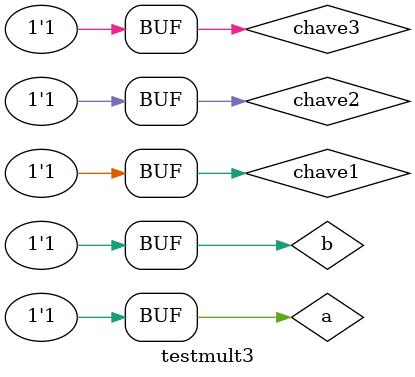
<source format=v>
module mult3 (s,a,b,chave1,chave2,chave3);
	input a;
	input b;
	input chave1;
	input chave2;
	input chave3;
	
	output s;
	wire temp1;
	wire temp2;
	wire temp3;
	wire temp4;
	wire temp5;
	wire temp6;
	wire temp7;
	wire temp8;
	wire temp9;
	wire temp10;
	wire temp11;
	wire temp12;
	wire temp13;
	wire temp14;
	wire temp15;
	wire temp16;
	wire temp17;
	wire temp18;
	wire temp19;
	wire temp20;
	wire temp21;
	wire temp22;
	wire temp23;
	
	assign temp1 = a|b;
	assign temp2 = (~(a|b));
	assign temp3 = a&b;
	assign temp4 = (~(a&b));
	assign temp5 = a^b;
	assign temp6 = (~(a^b));
	assign temp7 = temp1 & chave1;
	assign temp8 = temp2 & ~chave1;
	assign temp9 = temp3 & chave1;
	assign temp10 = temp4 & ~chave1;
	assign temp11 = temp5 & chave1;
	assign temp12 = temp6 & ~chave1;
	assign temp13 = temp7|temp8;
	assign temp14 = temp9|temp10;
	assign temp15 = temp11|temp12;
	assign temp16 = temp13 & chave2; 
	assign temp17 = temp14 & ~chave2;
	assign temp18 = ~b & chave2;
	assign temp19 = temp15 & ~chave2;
	assign temp20 = temp16|temp17;
	assign temp21 = temp18|temp19;
	assign temp22 = temp20 & chave3;
	assign temp23 = temp21 & ~chave3;
	assign s = temp22 |temp23;
endmodule
	
// -------------------------
// test module multiplexador
// -------------------------

module testmult3;
	reg a;
	reg b;
	reg chave1;
	reg chave2;
	reg chave3;
	
	wire s;
	
	mult3 banana (s,a,b,chave1,chave2,chave3);
	
	initial begin: main
		$display ("Exemplo 0035 - Débora  Deslandes de Almeida Batista");
		$display ("Matricula : 451549");
		$display ("Test LU's module ");
		$display ("\n  a	  b	chave1	 chave2	chave3	  s");
		a = 0; b = 0; chave1 = 0; chave2 = 0;chave3 = 0;
		//testes
		$monitor("%3b\t%3b\t%3b\t%3b\t%3b\t%3b",a,b,chave1,chave2,chave3,s);
		 //#1 a = 0; b = 0; chave1 = 0; chave2 = 0;chave3 = 0;
			#1 a = 0; b = 1; chave1 = 0; chave2 = 0;chave3 = 0;
			#1 a = 1; b = 0; chave1 = 0; chave2 = 0;chave3 = 0;
			#1 a = 1; b = 1; chave1 = 0; chave2 = 0;chave3 = 0;
			#1 a = 0; b = 0; chave1 = 1; chave2 = 0;chave3 = 0;
			#1 a = 0; b = 1; chave1 = 1; chave2 = 0;chave3 = 0;
			#1 a = 1; b = 0; chave1 = 1; chave2 = 0;chave3 = 0;
			#1 a = 1; b = 1; chave1 = 1; chave2 = 0;chave3 = 0;
			#1 a = 0; b = 0; chave1 = 0; chave2 = 1;chave3 = 0;
			#1 a = 0; b = 1; chave1 = 0; chave2 = 1;chave3 = 0;
			#1 a = 1; b = 0; chave1 = 0; chave2 = 1;chave3 = 0;
			#1 a = 1; b = 1; chave1 = 0; chave2 = 1;chave3 = 0;
			#1 a = 0; b = 0; chave1 = 1; chave2 = 1;chave3 = 0;
			#1 a = 0; b = 1; chave1 = 1; chave2 = 1;chave3 = 0;
			#1 a = 1; b = 0; chave1 = 1; chave2 = 1;chave3 = 0;
			#1 a = 1; b = 1; chave1 = 1; chave2 = 1;chave3 = 0;
		   #1 a = 0; b = 0; chave1 = 0; chave2 = 0;chave3 = 1;
			#1 a = 0; b = 1; chave1 = 0; chave2 = 0;chave3 = 1;
			#1 a = 1; b = 0; chave1 = 0; chave2 = 0;chave3 = 1;
			#1 a = 1; b = 1; chave1 = 0; chave2 = 0;chave3 = 1;
			#1 a = 0; b = 0; chave1 = 1; chave2 = 0;chave3 = 1;
			#1 a = 0; b = 1; chave1 = 1; chave2 = 0;chave3 = 1;
			#1 a = 1; b = 0; chave1 = 1; chave2 = 0;chave3 = 1;
			#1 a = 1; b = 1; chave1 = 1; chave2 = 0;chave3 = 1;
			#1 a = 0; b = 0; chave1 = 0; chave2 = 1;chave3 = 1;
			#1 a = 0; b = 1; chave1 = 0; chave2 = 1;chave3 = 1;
			#1 a = 1; b = 0; chave1 = 0; chave2 = 1;chave3 = 1;
			#1 a = 1; b = 1; chave1 = 0; chave2 = 1;chave3 = 1;
			#1 a = 0; b = 0; chave1 = 1; chave2 = 1;chave3 = 1;
			#1 a = 0; b = 1; chave1 = 1; chave2 = 1;chave3 = 1;
			#1 a = 1; b = 0; chave1 = 1; chave2 = 1;chave3 = 1;
			#1 a = 1; b = 1; chave1 = 1; chave2 = 1;chave3 = 1;
	end
endmodule
		
</source>
